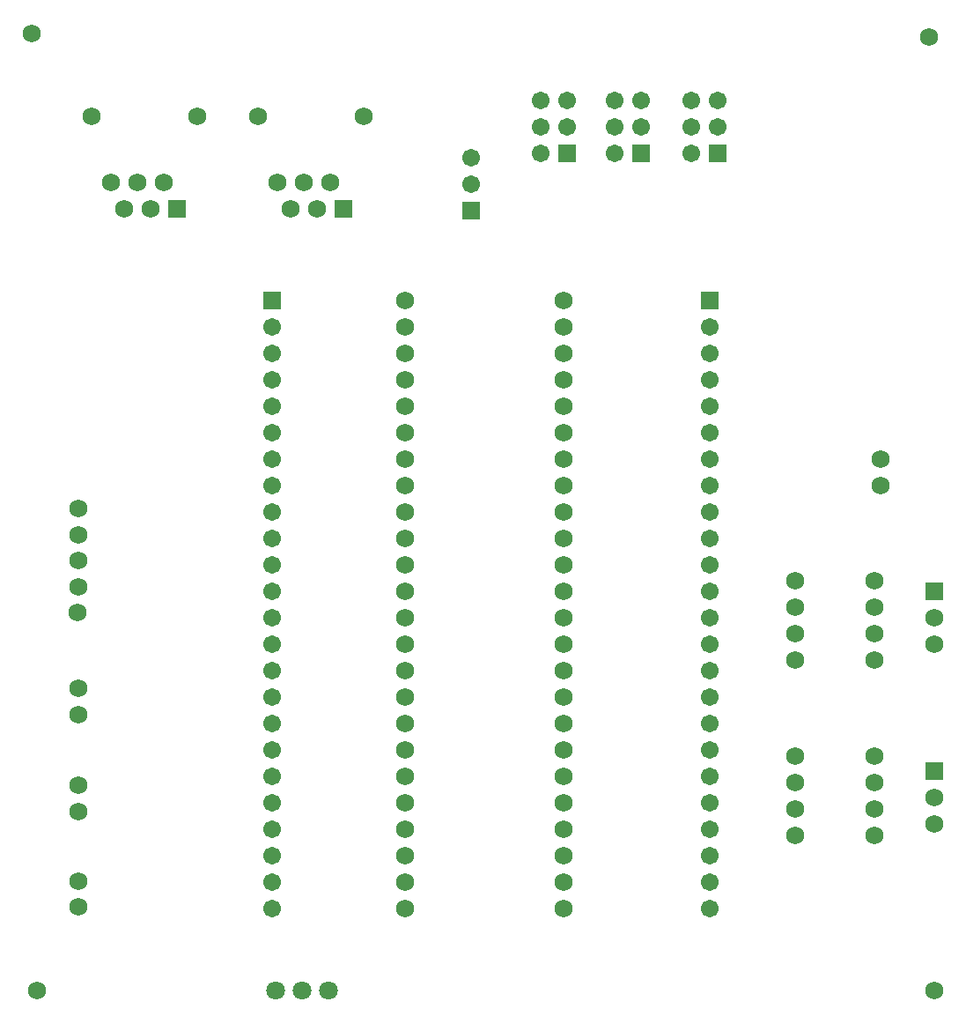
<source format=gbr>
%TF.GenerationSoftware,Altium Limited,Altium Designer,19.1.8 (144)*%
G04 Layer_Color=16711935*
%FSLAX26Y26*%
%MOIN*%
%TF.FileFunction,Soldermask,Bot*%
%TF.Part,Single*%
G01*
G75*
%TA.AperFunction,ComponentPad*%
%ADD26C,0.068000*%
%ADD27R,0.068000X0.068000*%
%ADD28C,0.067055*%
%ADD29R,0.067055X0.067055*%
%TA.AperFunction,ViaPad*%
%ADD30C,0.068000*%
%TA.AperFunction,ComponentPad*%
%ADD31R,0.068000X0.068000*%
%ADD32C,0.070992*%
D26*
X1045000Y3185000D02*
D03*
X1145000D02*
D03*
X1245000D02*
D03*
X1095000Y3085000D02*
D03*
X1195000D02*
D03*
X970000Y3435000D02*
D03*
X1370000D02*
D03*
X740000D02*
D03*
X340000D02*
D03*
X565000Y3085000D02*
D03*
X465000D02*
D03*
X615000Y3185000D02*
D03*
X515000D02*
D03*
X415000D02*
D03*
X3326023Y2039984D02*
D03*
Y2138410D02*
D03*
X290000Y1951024D02*
D03*
Y1852598D02*
D03*
Y1754173D02*
D03*
Y1655748D02*
D03*
X286063Y1557323D02*
D03*
X2126614Y1138409D02*
D03*
Y1238409D02*
D03*
Y1338409D02*
D03*
Y2738410D02*
D03*
Y2638410D02*
D03*
Y2538410D02*
D03*
X1526614Y1338409D02*
D03*
X2126614Y1038409D02*
D03*
Y938409D02*
D03*
Y838409D02*
D03*
Y738409D02*
D03*
Y638409D02*
D03*
Y538409D02*
D03*
Y438409D02*
D03*
X1526614D02*
D03*
Y538409D02*
D03*
Y638409D02*
D03*
Y738409D02*
D03*
Y838409D02*
D03*
Y938409D02*
D03*
Y1038409D02*
D03*
Y1138409D02*
D03*
Y1238409D02*
D03*
X2126614Y2438410D02*
D03*
Y2338410D02*
D03*
Y2238410D02*
D03*
Y2138410D02*
D03*
Y2038409D02*
D03*
Y1938409D02*
D03*
Y1838409D02*
D03*
Y1738409D02*
D03*
Y1638409D02*
D03*
Y1538409D02*
D03*
Y1438409D02*
D03*
X1526614D02*
D03*
Y1538409D02*
D03*
Y1638409D02*
D03*
Y1738409D02*
D03*
Y1838409D02*
D03*
Y1938409D02*
D03*
Y2038409D02*
D03*
Y2138410D02*
D03*
Y2238410D02*
D03*
Y2338410D02*
D03*
Y2438410D02*
D03*
Y2538410D02*
D03*
Y2638410D02*
D03*
Y2738410D02*
D03*
X290000Y806501D02*
D03*
Y904926D02*
D03*
X3530000Y760000D02*
D03*
Y860000D02*
D03*
Y1440000D02*
D03*
Y1540000D02*
D03*
X3005000Y1015000D02*
D03*
Y915000D02*
D03*
Y815000D02*
D03*
Y715000D02*
D03*
X3305000D02*
D03*
Y815000D02*
D03*
Y915000D02*
D03*
Y1015000D02*
D03*
X3005000Y1680000D02*
D03*
Y1580000D02*
D03*
Y1480000D02*
D03*
Y1380000D02*
D03*
X3305000D02*
D03*
Y1480000D02*
D03*
Y1580000D02*
D03*
Y1680000D02*
D03*
X290000Y543346D02*
D03*
Y444921D02*
D03*
Y1271693D02*
D03*
Y1173268D02*
D03*
D27*
X1295000Y3085000D02*
D03*
X665000D02*
D03*
D28*
X2040000Y3495000D02*
D03*
X2140000D02*
D03*
X2040000Y3395000D02*
D03*
X2140000D02*
D03*
X2040000Y3295000D02*
D03*
X2682126Y438409D02*
D03*
Y538409D02*
D03*
Y638409D02*
D03*
Y738409D02*
D03*
Y838409D02*
D03*
Y938409D02*
D03*
Y1038409D02*
D03*
Y1138409D02*
D03*
Y1238409D02*
D03*
Y1338409D02*
D03*
Y1438409D02*
D03*
Y1538409D02*
D03*
Y1638409D02*
D03*
Y1738409D02*
D03*
Y1838409D02*
D03*
Y1938409D02*
D03*
Y2038409D02*
D03*
Y2138410D02*
D03*
Y2238410D02*
D03*
Y2338410D02*
D03*
Y2438410D02*
D03*
Y2538410D02*
D03*
Y2638410D02*
D03*
X1024252Y438409D02*
D03*
Y538409D02*
D03*
Y638409D02*
D03*
Y738409D02*
D03*
Y838409D02*
D03*
Y938409D02*
D03*
Y1038409D02*
D03*
Y1138409D02*
D03*
Y1238409D02*
D03*
Y1338409D02*
D03*
Y1438409D02*
D03*
Y1538409D02*
D03*
Y1638409D02*
D03*
Y1738409D02*
D03*
Y1838409D02*
D03*
Y1938409D02*
D03*
Y2038409D02*
D03*
Y2138410D02*
D03*
Y2238410D02*
D03*
Y2338410D02*
D03*
Y2438410D02*
D03*
Y2538410D02*
D03*
Y2638410D02*
D03*
X1776614Y3178408D02*
D03*
Y3278408D02*
D03*
X2610000Y3295000D02*
D03*
X2710000Y3395000D02*
D03*
X2610000D02*
D03*
X2710000Y3495000D02*
D03*
X2610000D02*
D03*
X2320000Y3295000D02*
D03*
X2420000Y3395000D02*
D03*
X2320000D02*
D03*
X2420000Y3495000D02*
D03*
X2320000D02*
D03*
D29*
X2140000Y3295000D02*
D03*
X2682126Y2738410D02*
D03*
X1024252D02*
D03*
X1776614Y3078408D02*
D03*
X2710000Y3295000D02*
D03*
X2420000D02*
D03*
D30*
X3510000Y3735000D02*
D03*
X3529996Y130000D02*
D03*
X135000Y130000D02*
D03*
X115000Y3750000D02*
D03*
D31*
X3530000Y960000D02*
D03*
Y1640000D02*
D03*
D32*
X1038032Y129961D02*
D03*
X1138032D02*
D03*
X1238032D02*
D03*
%TF.MD5,b3db8ece3d69d4d3bcba7b932411cee3*%
M02*

</source>
